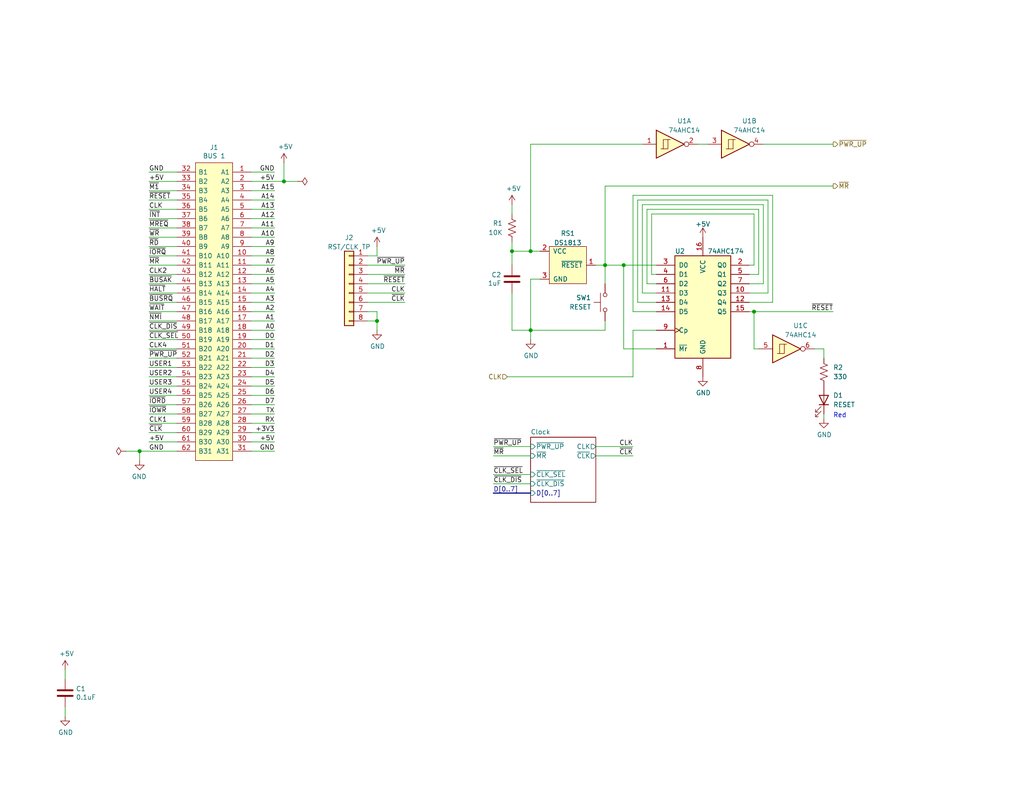
<source format=kicad_sch>
(kicad_sch (version 20211123) (generator eeschema)
  (paper "USLetter")
  (title_block (title "Micro Hobbyist's ZedEighty Project") (date "2022-10-23") (rev "1.1") (company "Frédéric Segard"))
  (lib_symbols
    (symbol "0_Z80_Library:DS1813" (pin_names (offset 1.016))
      (property "Reference" "RS" (at 0 2.54 0))
      (property "Value" "DS1813" (at 0 0 0))
      (symbol "DS1813_0_1"
        (rectangle (start 5.08 -1.27) (end -5.08 -11.43) (fill (type background)))
      )
      (symbol "DS1813_1_1"
        (pin output line (at 7.62 -6.35 180) (length 2.54) (name "~{RESET}") (number "1"))
        (pin input line (at -7.62 -2.54 0) (length 2.54) (name "VCC") (number "2"))
        (pin power_in line (at -7.62 -10.16 0) (length 2.54) (name "GND") (number "3"))
      )
    )
    (symbol "0_Z80_Library:ISA_CARD_CONNECTOR" (pin_names (offset 0.762))
      (property "Reference" "J" (at 0 4.445 0))
      (property "Value" "ISA_CARD_CONNECTOR" (at 0 1.905 0))
      (symbol "ISA_CARD_CONNECTOR_0_0"
        (pin passive line (at 10.16 -2.54 180) (length 5.08) (name "A1") (number "1"))
        (pin passive line (at 10.16 -25.4 180) (length 5.08) (name "A10") (number "10"))
        (pin passive line (at 10.16 -27.94 180) (length 5.08) (name "A11") (number "11"))
        (pin passive line (at 10.16 -30.48 180) (length 5.08) (name "A12") (number "12"))
        (pin passive line (at 10.16 -33.02 180) (length 5.08) (name "A13") (number "13"))
        (pin passive line (at 10.16 -35.56 180) (length 5.08) (name "A14") (number "14"))
        (pin passive line (at 10.16 -38.1 180) (length 5.08) (name "A15") (number "15"))
        (pin passive line (at 10.16 -40.64 180) (length 5.08) (name "A16") (number "16"))
        (pin passive line (at 10.16 -43.18 180) (length 5.08) (name "A17") (number "17"))
        (pin passive line (at 10.16 -45.72 180) (length 5.08) (name "A18") (number "18"))
        (pin passive line (at 10.16 -48.26 180) (length 5.08) (name "A19") (number "19"))
        (pin passive line (at 10.16 -5.08 180) (length 5.08) (name "A2") (number "2"))
        (pin passive line (at 10.16 -50.8 180) (length 5.08) (name "A20") (number "20"))
        (pin passive line (at 10.16 -53.34 180) (length 5.08) (name "A21") (number "21"))
        (pin passive line (at 10.16 -55.88 180) (length 5.08) (name "A22") (number "22"))
        (pin passive line (at 10.16 -58.42 180) (length 5.08) (name "A23") (number "23"))
        (pin passive line (at 10.16 -60.96 180) (length 5.08) (name "A24") (number "24"))
        (pin passive line (at 10.16 -63.5 180) (length 5.08) (name "A25") (number "25"))
        (pin passive line (at 10.16 -66.04 180) (length 5.08) (name "A26") (number "26"))
        (pin passive line (at 10.16 -68.58 180) (length 5.08) (name "A27") (number "27"))
        (pin passive line (at 10.16 -71.12 180) (length 5.08) (name "A28") (number "28"))
        (pin passive line (at 10.16 -73.66 180) (length 5.08) (name "A29") (number "29"))
        (pin passive line (at 10.16 -7.62 180) (length 5.08) (name "A3") (number "3"))
        (pin passive line (at 10.16 -76.2 180) (length 5.08) (name "A30") (number "30"))
        (pin passive line (at 10.16 -78.74 180) (length 5.08) (name "A31") (number "31"))
        (pin passive line (at -10.16 -2.54 0) (length 5.08) (name "B1") (number "32"))
        (pin passive line (at -10.16 -5.08 0) (length 5.08) (name "B2") (number "33"))
        (pin passive line (at -10.16 -7.62 0) (length 5.08) (name "B3") (number "34"))
        (pin passive line (at -10.16 -10.16 0) (length 5.08) (name "B4") (number "35"))
        (pin passive line (at -10.16 -12.7 0) (length 5.08) (name "B5") (number "36"))
        (pin passive line (at -10.16 -15.24 0) (length 5.08) (name "B6") (number "37"))
        (pin passive line (at -10.16 -17.78 0) (length 5.08) (name "B7") (number "38"))
        (pin passive line (at -10.16 -20.32 0) (length 5.08) (name "B8") (number "39"))
        (pin passive line (at 10.16 -10.16 180) (length 5.08) (name "A4") (number "4"))
        (pin passive line (at -10.16 -22.86 0) (length 5.08) (name "B9") (number "40"))
        (pin passive line (at -10.16 -25.4 0) (length 5.08) (name "B10") (number "41"))
        (pin passive line (at -10.16 -27.94 0) (length 5.08) (name "B11") (number "42"))
        (pin passive line (at -10.16 -30.48 0) (length 5.08) (name "B12") (number "43"))
        (pin passive line (at -10.16 -33.02 0) (length 5.08) (name "B13") (number "44"))
        (pin passive line (at -10.16 -35.56 0) (length 5.08) (name "B14") (number "45"))
        (pin passive line (at -10.16 -38.1 0) (length 5.08) (name "B15") (number "46"))
        (pin passive line (at -10.16 -40.64 0) (length 5.08) (name "B16") (number "47"))
        (pin passive line (at -10.16 -43.18 0) (length 5.08) (name "B17") (number "48"))
        (pin passive line (at -10.16 -45.72 0) (length 5.08) (name "B18") (number "49"))
        (pin passive line (at 10.16 -12.7 180) (length 5.08) (name "A5") (number "5"))
        (pin passive line (at -10.16 -48.26 0) (length 5.08) (name "B19") (number "50"))
        (pin passive line (at -10.16 -50.8 0) (length 5.08) (name "B20") (number "51"))
        (pin passive line (at -10.16 -53.34 0) (length 5.08) (name "B21") (number "52"))
        (pin passive line (at -10.16 -55.88 0) (length 5.08) (name "B22") (number "53"))
        (pin passive line (at -10.16 -58.42 0) (length 5.08) (name "B23") (number "54"))
        (pin passive line (at -10.16 -60.96 0) (length 5.08) (name "B24") (number "55"))
        (pin passive line (at -10.16 -63.5 0) (length 5.08) (name "B25") (number "56"))
        (pin passive line (at -10.16 -66.04 0) (length 5.08) (name "B26") (number "57"))
        (pin passive line (at -10.16 -68.58 0) (length 5.08) (name "B27") (number "58"))
        (pin passive line (at -10.16 -71.12 0) (length 5.08) (name "B28") (number "59"))
        (pin passive line (at 10.16 -15.24 180) (length 5.08) (name "A6") (number "6"))
        (pin passive line (at -10.16 -73.66 0) (length 5.08) (name "B29") (number "60"))
        (pin passive line (at -10.16 -76.2 0) (length 5.08) (name "B30") (number "61"))
        (pin passive line (at -10.16 -78.74 0) (length 5.08) (name "B31") (number "62"))
        (pin passive line (at 10.16 -17.78 180) (length 5.08) (name "A7") (number "7"))
        (pin passive line (at 10.16 -20.32 180) (length 5.08) (name "A8") (number "8"))
        (pin passive line (at 10.16 -22.86 180) (length 5.08) (name "A9") (number "9"))
      )
      (symbol "ISA_CARD_CONNECTOR_0_1"
        (rectangle (start -5.08 0) (end 5.08 -81.28) (fill (type background)))
      )
    )
    (symbol "74xx:74HC14" (pin_names (offset 1.016))
      (property "Reference" "U" (at 0 1.27 0))
      (property "Value" "74HC14" (at 0 -1.27 0))
      (symbol "74HC14_1_0"
        (polyline (pts (xy -3.81 3.81) (xy -3.81 -3.81) (xy 3.81 0) (xy -3.81 3.81)) (stroke (width 0.254)) (fill (type background)))
        (pin input line (at -7.62 0 0) (length 3.81) (name "~") (number "1"))
        (pin output inverted (at 7.62 0 180) (length 3.81) (name "~") (number "2"))
      )
      (symbol "74HC14_1_1"
        (polyline (pts (xy -1.905 -1.27) (xy -1.905 1.27) (xy -0.635 1.27)))
        (polyline (pts (xy -2.54 -1.27) (xy -0.635 -1.27) (xy -0.635 1.27) (xy 0 1.27)))
      )
      (symbol "74HC14_2_0"
        (polyline (pts (xy -3.81 3.81) (xy -3.81 -3.81) (xy 3.81 0) (xy -3.81 3.81)) (stroke (width 0.254)) (fill (type background)))
        (pin input line (at -7.62 0 0) (length 3.81) (name "~") (number "3"))
        (pin output inverted (at 7.62 0 180) (length 3.81) (name "~") (number "4"))
      )
      (symbol "74HC14_2_1"
        (polyline (pts (xy -1.905 -1.27) (xy -1.905 1.27) (xy -0.635 1.27)))
        (polyline (pts (xy -2.54 -1.27) (xy -0.635 -1.27) (xy -0.635 1.27) (xy 0 1.27)))
      )
      (symbol "74HC14_3_0"
        (polyline (pts (xy -3.81 3.81) (xy -3.81 -3.81) (xy 3.81 0) (xy -3.81 3.81)) (stroke (width 0.254)) (fill (type background)))
        (pin input line (at -7.62 0 0) (length 3.81) (name "~") (number "5"))
        (pin output inverted (at 7.62 0 180) (length 3.81) (name "~") (number "6"))
      )
      (symbol "74HC14_3_1"
        (polyline (pts (xy -1.905 -1.27) (xy -1.905 1.27) (xy -0.635 1.27)))
        (polyline (pts (xy -2.54 -1.27) (xy -0.635 -1.27) (xy -0.635 1.27) (xy 0 1.27)))
      )
      (symbol "74HC14_4_0"
        (polyline (pts (xy -3.81 3.81) (xy -3.81 -3.81) (xy 3.81 0) (xy -3.81 3.81)) (stroke (width 0.254)) (fill (type background)))
        (pin output inverted (at 7.62 0 180) (length 3.81) (name "~") (number "8"))
        (pin input line (at -7.62 0 0) (length 3.81) (name "~") (number "9"))
      )
      (symbol "74HC14_4_1"
        (polyline (pts (xy -1.905 -1.27) (xy -1.905 1.27) (xy -0.635 1.27)))
        (polyline (pts (xy -2.54 -1.27) (xy -0.635 -1.27) (xy -0.635 1.27) (xy 0 1.27)))
      )
      (symbol "74HC14_5_0"
        (polyline (pts (xy -3.81 3.81) (xy -3.81 -3.81) (xy 3.81 0) (xy -3.81 3.81)) (stroke (width 0.254)) (fill (type background)))
        (pin output inverted (at 7.62 0 180) (length 3.81) (name "~") (number "10"))
        (pin input line (at -7.62 0 0) (length 3.81) (name "~") (number "11"))
      )
      (symbol "74HC14_5_1"
        (polyline (pts (xy -1.905 -1.27) (xy -1.905 1.27) (xy -0.635 1.27)))
        (polyline (pts (xy -2.54 -1.27) (xy -0.635 -1.27) (xy -0.635 1.27) (xy 0 1.27)))
      )
      (symbol "74HC14_6_0"
        (polyline (pts (xy -3.81 3.81) (xy -3.81 -3.81) (xy 3.81 0) (xy -3.81 3.81)) (stroke (width 0.254)) (fill (type background)))
        (pin output inverted (at 7.62 0 180) (length 3.81) (name "~") (number "12"))
        (pin input line (at -7.62 0 0) (length 3.81) (name "~") (number "13"))
      )
      (symbol "74HC14_6_1"
        (polyline (pts (xy -1.905 -1.27) (xy -1.905 1.27) (xy -0.635 1.27)))
        (polyline (pts (xy -2.54 -1.27) (xy -0.635 -1.27) (xy -0.635 1.27) (xy 0 1.27)))
      )
      (symbol "74HC14_7_0"
        (pin power_in line (at 0 12.7 270) (length 5.08) (name "VCC") (number "14"))
        (pin power_in line (at 0 -12.7 90) (length 5.08) (name "GND") (number "7"))
      )
      (symbol "74HC14_7_1"
        (rectangle (start -5.08 7.62) (end 5.08 -7.62) (stroke (width 0.254)) (fill (type background)))
      )
    )
    (symbol "74xx:74LS174" (pin_names (offset 1.016))
      (property "Reference" "U" (at -7.62 13.97 0))
      (property "Value" "74LS174" (at -7.62 -16.51 0))
      (symbol "74LS174_1_0"
        (pin input line (at -12.7 -12.7 0) (length 5.08) (name "~{Mr}") (number "1"))
        (pin output line (at 12.7 2.54 180) (length 5.08) (name "Q3") (number "10"))
        (pin input line (at -12.7 2.54 0) (length 5.08) (name "D3") (number "11"))
        (pin output line (at 12.7 0 180) (length 5.08) (name "Q4") (number "12"))
        (pin input line (at -12.7 0 0) (length 5.08) (name "D4") (number "13"))
        (pin input line (at -12.7 -2.54 0) (length 5.08) (name "D5") (number "14"))
        (pin output line (at 12.7 -2.54 180) (length 5.08) (name "Q5") (number "15"))
        (pin power_in line (at 0 17.78 270) (length 5.08) (name "VCC") (number "16"))
        (pin output line (at 12.7 10.16 180) (length 5.08) (name "Q0") (number "2"))
        (pin input line (at -12.7 10.16 0) (length 5.08) (name "D0") (number "3"))
        (pin input line (at -12.7 7.62 0) (length 5.08) (name "D1") (number "4"))
        (pin output line (at 12.7 7.62 180) (length 5.08) (name "Q1") (number "5"))
        (pin input line (at -12.7 5.08 0) (length 5.08) (name "D2") (number "6"))
        (pin output line (at 12.7 5.08 180) (length 5.08) (name "Q2") (number "7"))
        (pin power_in line (at 0 -20.32 90) (length 5.08) (name "GND") (number "8"))
        (pin input clock (at -12.7 -7.62 0) (length 5.08) (name "Cp") (number "9"))
      )
      (symbol "74LS174_1_1"
        (rectangle (start -7.62 12.7) (end 7.62 -15.24) (stroke (width 0.254)) (fill (type background)))
      )
    )
    (symbol "Connector_Generic:Conn_01x08" (pin_names (offset 1.016) hide)
      (property "Reference" "J" (at 0 10.16 0))
      (property "Value" "Conn_01x08" (at 0 -12.7 0))
      (symbol "Conn_01x08_1_1"
        (rectangle (start -1.27 -10.033) (end 0 -10.287) (stroke (width 0.1524)))
        (rectangle (start -1.27 -7.493) (end 0 -7.747) (stroke (width 0.1524)))
        (rectangle (start -1.27 -4.953) (end 0 -5.207) (stroke (width 0.1524)))
        (rectangle (start -1.27 -2.413) (end 0 -2.667) (stroke (width 0.1524)))
        (rectangle (start -1.27 0.127) (end 0 -0.127) (stroke (width 0.1524)))
        (rectangle (start -1.27 2.667) (end 0 2.413) (stroke (width 0.1524)))
        (rectangle (start -1.27 5.207) (end 0 4.953) (stroke (width 0.1524)))
        (rectangle (start -1.27 7.747) (end 0 7.493) (stroke (width 0.1524)))
        (rectangle (start -1.27 8.89) (end 1.27 -11.43) (stroke (width 0.254)) (fill (type background)))
        (pin passive line (at -5.08 7.62 0) (length 3.81) (name "Pin_1") (number "1"))
        (pin passive line (at -5.08 5.08 0) (length 3.81) (name "Pin_2") (number "2"))
        (pin passive line (at -5.08 2.54 0) (length 3.81) (name "Pin_3") (number "3"))
        (pin passive line (at -5.08 0 0) (length 3.81) (name "Pin_4") (number "4"))
        (pin passive line (at -5.08 -2.54 0) (length 3.81) (name "Pin_5") (number "5"))
        (pin passive line (at -5.08 -5.08 0) (length 3.81) (name "Pin_6") (number "6"))
        (pin passive line (at -5.08 -7.62 0) (length 3.81) (name "Pin_7") (number "7"))
        (pin passive line (at -5.08 -10.16 0) (length 3.81) (name "Pin_8") (number "8"))
      )
    )
    (symbol "Device:C" (pin_numbers hide) (pin_names (offset 0.254))
      (property "Reference" "C" (at 0.635 2.54 0))
      (property "Value" "C" (at 0.635 -2.54 0))
      (symbol "C_0_1"
        (polyline (pts (xy -2.032 -0.762) (xy 2.032 -0.762)) (stroke (width 0.508)))
        (polyline (pts (xy -2.032 0.762) (xy 2.032 0.762)) (stroke (width 0.508)))
      )
      (symbol "C_1_1"
        (pin passive line (at 0 3.81 270) (length 2.794) (name "~") (number "1"))
        (pin passive line (at 0 -3.81 90) (length 2.794) (name "~") (number "2"))
      )
    )
    (symbol "Device:LED" (pin_numbers hide) (pin_names (offset 1.016) hide)
      (property "Reference" "D" (at 0 2.54 0))
      (property "Value" "LED" (at 0 -2.54 0))
      (symbol "LED_0_1"
        (polyline (pts (xy -1.27 -1.27) (xy -1.27 1.27)) (stroke (width 0.254)))
        (polyline (pts (xy -1.27 0) (xy 1.27 0)))
        (polyline (pts (xy 1.27 -1.27) (xy 1.27 1.27) (xy -1.27 0) (xy 1.27 -1.27)) (stroke (width 0.254)))
        (polyline (pts (xy -3.048 -0.762) (xy -4.572 -2.286) (xy -3.81 -2.286) (xy -4.572 -2.286) (xy -4.572 -1.524)))
        (polyline (pts (xy -1.778 -0.762) (xy -3.302 -2.286) (xy -2.54 -2.286) (xy -3.302 -2.286) (xy -3.302 -1.524)))
      )
      (symbol "LED_1_1"
        (pin passive line (at -3.81 0 0) (length 2.54) (name "K") (number "1"))
        (pin passive line (at 3.81 0 180) (length 2.54) (name "A") (number "2"))
      )
    )
    (symbol "Device:R_US" (pin_numbers hide) (pin_names (offset 0))
      (property "Reference" "R" (at 2.54 0 90))
      (property "Value" "R_US" (at -2.54 0 90))
      (symbol "R_US_0_1"
        (polyline (pts (xy 0 -2.286) (xy 0 -2.54)))
        (polyline (pts (xy 0 2.286) (xy 0 2.54)))
        (polyline (pts (xy 0 -0.762) (xy 1.016 -1.143) (xy 0 -1.524) (xy -1.016 -1.905) (xy 0 -2.286)))
        (polyline (pts (xy 0 0.762) (xy 1.016 0.381) (xy 0 0) (xy -1.016 -0.381) (xy 0 -0.762)))
        (polyline (pts (xy 0 2.286) (xy 1.016 1.905) (xy 0 1.524) (xy -1.016 1.143) (xy 0 0.762)))
      )
      (symbol "R_US_1_1"
        (pin passive line (at 0 3.81 270) (length 1.27) (name "~") (number "1"))
        (pin passive line (at 0 -3.81 90) (length 1.27) (name "~") (number "2"))
      )
    )
    (symbol "R_US_1" (pin_numbers hide) (pin_names (offset 0))
      (property "Reference" "R" (at 2.54 0 90))
      (property "Value" "R_US_1" (at -2.54 0 90))
      (symbol "R_US_1_0_1"
        (polyline (pts (xy 0 -2.286) (xy 0 -2.54)))
        (polyline (pts (xy 0 2.286) (xy 0 2.54)))
        (polyline (pts (xy 0 -0.762) (xy 1.016 -1.143) (xy 0 -1.524) (xy -1.016 -1.905) (xy 0 -2.286)))
        (polyline (pts (xy 0 0.762) (xy 1.016 0.381) (xy 0 0) (xy -1.016 -0.381) (xy 0 -0.762)))
        (polyline (pts (xy 0 2.286) (xy 1.016 1.905) (xy 0 1.524) (xy -1.016 1.143) (xy 0 0.762)))
      )
      (symbol "R_US_1_1_1"
        (pin passive line (at 0 3.81 270) (length 1.27) (name "~") (number "1"))
        (pin passive line (at 0 -3.81 90) (length 1.27) (name "~") (number "2"))
      )
    )
    (symbol "Switch:SW_Push" (pin_numbers hide) (pin_names (offset 1.016) hide)
      (property "Reference" "SW" (at 1.27 2.54 0))
      (property "Value" "SW_Push" (at 0 -1.524 0))
      (symbol "SW_Push_0_1"
        (circle (center -2.032 0) (radius 0.508))
        (polyline (pts (xy 0 1.27) (xy 0 3.048)))
        (polyline (pts (xy 2.54 1.27) (xy -2.54 1.27)))
        (circle (center 2.032 0) (radius 0.508))
        (pin passive line (at -5.08 0 0) (length 2.54) (name "1") (number "1"))
        (pin passive line (at 5.08 0 180) (length 2.54) (name "2") (number "2"))
      )
    )
    (symbol "power:+5V" (power) (pin_names (offset 0))
      (property "Value" "+5V" (at 0 3.556 0))
      (symbol "+5V_0_1"
        (polyline (pts (xy -0.762 1.27) (xy 0 2.54)))
        (polyline (pts (xy 0 0) (xy 0 2.54)))
        (polyline (pts (xy 0 2.54) (xy 0.762 1.27)))
      )
      (symbol "+5V_1_1"
        (pin power_in line (at 0 0 90) (length 0) hide (name "+5V") (number "1"))
      )
    )
    (symbol "power:GND" (power) (pin_names (offset 0))
      (property "Value" "GND" (at 0 -3.81 0))
      (symbol "GND_0_1"
        (polyline (pts (xy 0 0) (xy 0 -1.27) (xy 1.27 -1.27) (xy 0 -2.54) (xy -1.27 -1.27) (xy 0 -1.27)))
      )
      (symbol "GND_1_1"
        (pin power_in line (at 0 0 270) (length 0) hide (name "GND") (number "1"))
      )
    )
    (symbol "power:PWR_FLAG" (power) (pin_numbers hide) (pin_names (offset 0) hide)
      (property "Value" "PWR_FLAG" (at 0 3.81 0))
      (symbol "PWR_FLAG_0_0"
        (pin power_out line (at 0 0 90) (length 0) (name "pwr") (number "1"))
      )
      (symbol "PWR_FLAG_0_1"
        (polyline (pts (xy 0 0) (xy 0 1.27) (xy -1.016 1.905) (xy 0 2.54) (xy 1.016 1.905) (xy 0 1.27)))
      )
    )
  )
  (junction (at 38.1 123.19))
  (junction (at 165.1 72.39))
  (junction (at 144.78 90.17))
  (junction (at 102.87 87.63))
  (junction (at 170.18 72.39))
  (junction (at 77.47 49.53))
  (junction (at 139.7 68.58))
  (junction (at 144.78 68.58))
  (junction (at 205.74 85.09))
  (wire (pts (xy 40.64 46.99) (xy 48.26 46.99)))
  (wire (pts (xy 210.82 53.34) (xy 172.72 53.34)))
  (wire (pts (xy 172.72 90.17) (xy 172.72 102.87)))
  (wire (pts (xy 190.5 39.37) (xy 193.04 39.37)))
  (wire (pts (xy 68.58 113.03) (xy 74.93 113.03)))
  (wire (pts (xy 172.72 53.34) (xy 172.72 85.09)))
  (wire (pts (xy 68.58 102.87) (xy 74.93 102.87)))
  (wire (pts (xy 205.74 72.39) (xy 205.74 58.42)))
  (wire (pts (xy 205.74 58.42) (xy 177.8 58.42)))
  (wire (pts (xy 40.64 95.25) (xy 48.26 95.25)))
  (wire (pts (xy 173.99 54.61) (xy 173.99 82.55)))
  (wire (pts (xy 68.58 62.23) (xy 74.93 62.23)))
  (wire (pts (xy 17.78 193.04) (xy 17.78 195.58)))
  (wire (pts (xy 165.1 50.8) (xy 227.33 50.8)))
  (wire (pts (xy 40.64 67.31) (xy 48.26 67.31)))
  (wire (pts (xy 172.72 90.17) (xy 179.07 90.17)))
  (wire (pts (xy 68.58 77.47) (xy 74.93 77.47)))
  (wire (pts (xy 144.78 90.17) (xy 165.1 90.17)))
  (wire (pts (xy 40.64 82.55) (xy 48.26 82.55)))
  (wire (pts (xy 40.64 90.17) (xy 48.26 90.17)))
  (wire (pts (xy 38.1 123.19) (xy 48.26 123.19)))
  (wire (pts (xy 209.55 80.01) (xy 209.55 54.61)))
  (wire (pts (xy 162.56 72.39) (xy 165.1 72.39)))
  (wire (pts (xy 40.64 69.85) (xy 48.26 69.85)))
  (wire (pts (xy 177.8 58.42) (xy 177.8 74.93)))
  (wire (pts (xy 68.58 110.49) (xy 74.93 110.49)))
  (wire (pts (xy 139.7 68.58) (xy 144.78 68.58)))
  (wire (pts (xy 68.58 100.33) (xy 74.93 100.33)))
  (wire (pts (xy 40.64 52.07) (xy 48.26 52.07)))
  (wire (pts (xy 162.56 124.46) (xy 172.72 124.46)))
  (wire (pts (xy 139.7 68.58) (xy 139.7 66.04)))
  (wire (pts (xy 68.58 107.95) (xy 74.93 107.95)))
  (wire (pts (xy 100.33 77.47) (xy 110.49 77.47)))
  (wire (pts (xy 204.47 82.55) (xy 210.82 82.55)))
  (wire (pts (xy 40.64 59.69) (xy 48.26 59.69)))
  (wire (pts (xy 68.58 49.53) (xy 77.47 49.53)))
  (wire (pts (xy 40.64 115.57) (xy 48.26 115.57)))
  (wire (pts (xy 40.64 102.87) (xy 48.26 102.87)))
  (wire (pts (xy 170.18 95.25) (xy 179.07 95.25)))
  (wire (pts (xy 134.62 121.92) (xy 144.78 121.92)))
  (wire (pts (xy 40.64 97.79) (xy 48.26 97.79)))
  (wire (pts (xy 208.28 55.88) (xy 175.26 55.88)))
  (wire (pts (xy 205.74 85.09) (xy 227.33 85.09)))
  (wire (pts (xy 207.01 74.93) (xy 207.01 57.15)))
  (wire (pts (xy 224.79 114.3) (xy 224.79 113.03)))
  (wire (pts (xy 224.79 95.25) (xy 224.79 97.79)))
  (wire (pts (xy 40.64 113.03) (xy 48.26 113.03)))
  (wire (pts (xy 68.58 97.79) (xy 74.93 97.79)))
  (wire (pts (xy 175.26 55.88) (xy 175.26 80.01)))
  (wire (pts (xy 165.1 77.47) (xy 165.1 72.39)))
  (wire (pts (xy 40.64 87.63) (xy 48.26 87.63)))
  (wire (pts (xy 144.78 39.37) (xy 175.26 39.37)))
  (wire (pts (xy 40.64 118.11) (xy 48.26 118.11)))
  (wire (pts (xy 40.64 64.77) (xy 48.26 64.77)))
  (wire (pts (xy 102.87 67.31) (xy 102.87 69.85)))
  (wire (pts (xy 208.28 77.47) (xy 208.28 55.88)))
  (wire (pts (xy 204.47 80.01) (xy 209.55 80.01)))
  (wire (pts (xy 40.64 54.61) (xy 48.26 54.61)))
  (wire (pts (xy 207.01 57.15) (xy 176.53 57.15)))
  (wire (pts (xy 100.33 82.55) (xy 110.49 82.55)))
  (wire (pts (xy 68.58 54.61) (xy 74.93 54.61)))
  (wire (pts (xy 40.64 100.33) (xy 48.26 100.33)))
  (wire (pts (xy 165.1 72.39) (xy 170.18 72.39)))
  (wire (pts (xy 139.7 80.01) (xy 139.7 90.17)))
  (wire (pts (xy 68.58 72.39) (xy 74.93 72.39)))
  (wire (pts (xy 204.47 77.47) (xy 208.28 77.47)))
  (wire (pts (xy 134.62 129.54) (xy 144.78 129.54)))
  (wire (pts (xy 100.33 74.93) (xy 110.49 74.93)))
  (wire (pts (xy 102.87 87.63) (xy 100.33 87.63)))
  (wire (pts (xy 100.33 80.01) (xy 110.49 80.01)))
  (wire (pts (xy 205.74 85.09) (xy 205.74 95.25)))
  (wire (pts (xy 68.58 82.55) (xy 74.93 82.55)))
  (wire (pts (xy 102.87 87.63) (xy 102.87 90.17)))
  (wire (pts (xy 144.78 39.37) (xy 144.78 68.58)))
  (wire (pts (xy 207.01 95.25) (xy 205.74 95.25)))
  (wire (pts (xy 165.1 87.63) (xy 165.1 90.17)))
  (wire (pts (xy 138.43 102.87) (xy 172.72 102.87)))
  (wire (pts (xy 100.33 72.39) (xy 110.49 72.39)))
  (wire (pts (xy 38.1 123.19) (xy 38.1 125.73)))
  (wire (pts (xy 144.78 68.58) (xy 147.32 68.58)))
  (wire (pts (xy 176.53 57.15) (xy 176.53 77.47)))
  (wire (pts (xy 40.64 105.41) (xy 48.26 105.41)))
  (wire (pts (xy 68.58 59.69) (xy 74.93 59.69)))
  (wire (pts (xy 68.58 95.25) (xy 74.93 95.25)))
  (wire (pts (xy 68.58 67.31) (xy 74.93 67.31)))
  (wire (pts (xy 68.58 120.65) (xy 74.93 120.65)))
  (wire (pts (xy 68.58 92.71) (xy 74.93 92.71)))
  (wire (pts (xy 68.58 46.99) (xy 74.93 46.99)))
  (wire (pts (xy 102.87 87.63) (xy 102.87 85.09)))
  (wire (pts (xy 68.58 80.01) (xy 74.93 80.01)))
  (wire (pts (xy 77.47 44.45) (xy 77.47 49.53)))
  (wire (pts (xy 68.58 57.15) (xy 74.93 57.15)))
  (wire (pts (xy 40.64 57.15) (xy 48.26 57.15)))
  (wire (pts (xy 74.93 118.11) (xy 68.58 118.11)))
  (wire (pts (xy 34.29 123.19) (xy 38.1 123.19)))
  (wire (pts (xy 40.64 92.71) (xy 48.26 92.71)))
  (wire (pts (xy 40.64 85.09) (xy 48.26 85.09)))
  (wire (pts (xy 40.64 120.65) (xy 48.26 120.65)))
  (wire (pts (xy 17.78 182.88) (xy 17.78 185.42)))
  (wire (pts (xy 173.99 82.55) (xy 179.07 82.55)))
  (wire (pts (xy 102.87 85.09) (xy 100.33 85.09)))
  (wire (pts (xy 209.55 54.61) (xy 173.99 54.61)))
  (wire (pts (xy 208.28 39.37) (xy 227.33 39.37)))
  (wire (pts (xy 210.82 82.55) (xy 210.82 53.34)))
  (wire (pts (xy 139.7 55.88) (xy 139.7 58.42)))
  (wire (pts (xy 100.33 69.85) (xy 102.87 69.85)))
  (wire (pts (xy 176.53 77.47) (xy 179.07 77.47)))
  (wire (pts (xy 144.78 92.71) (xy 144.78 90.17)))
  (wire (pts (xy 147.32 76.2) (xy 144.78 76.2)))
  (wire (pts (xy 204.47 74.93) (xy 207.01 74.93)))
  (wire (pts (xy 68.58 123.19) (xy 74.93 123.19)))
  (wire (pts (xy 40.64 72.39) (xy 48.26 72.39)))
  (wire (pts (xy 40.64 74.93) (xy 48.26 74.93)))
  (wire (pts (xy 170.18 72.39) (xy 170.18 95.25)))
  (wire (pts (xy 68.58 69.85) (xy 74.93 69.85)))
  (wire (pts (xy 224.79 95.25) (xy 222.25 95.25)))
  (wire (pts (xy 134.62 124.46) (xy 144.78 124.46)))
  (wire (pts (xy 68.58 90.17) (xy 74.93 90.17)))
  (wire (pts (xy 170.18 72.39) (xy 179.07 72.39)))
  (wire (pts (xy 40.64 77.47) (xy 48.26 77.47)))
  (wire (pts (xy 40.64 110.49) (xy 48.26 110.49)))
  (wire (pts (xy 40.64 49.53) (xy 48.26 49.53)))
  (wire (pts (xy 165.1 72.39) (xy 165.1 50.8)))
  (wire (pts (xy 172.72 85.09) (xy 179.07 85.09)))
  (wire (pts (xy 40.64 80.01) (xy 48.26 80.01)))
  (wire (pts (xy 68.58 115.57) (xy 74.93 115.57)))
  (bus (pts (xy 134.62 134.62) (xy 144.78 134.62)))
  (wire (pts (xy 40.64 107.95) (xy 48.26 107.95)))
  (wire (pts (xy 81.28 49.53) (xy 77.47 49.53)))
  (wire (pts (xy 139.7 90.17) (xy 144.78 90.17)))
  (wire (pts (xy 68.58 64.77) (xy 74.93 64.77)))
  (wire (pts (xy 139.7 72.39) (xy 139.7 68.58)))
  (wire (pts (xy 68.58 105.41) (xy 74.93 105.41)))
  (wire (pts (xy 162.56 121.92) (xy 172.72 121.92)))
  (wire (pts (xy 134.62 132.08) (xy 144.78 132.08)))
  (wire (pts (xy 144.78 76.2) (xy 144.78 90.17)))
  (wire (pts (xy 175.26 80.01) (xy 179.07 80.01)))
  (wire (pts (xy 68.58 52.07) (xy 74.93 52.07)))
  (wire (pts (xy 68.58 85.09) (xy 74.93 85.09)))
  (wire (pts (xy 68.58 74.93) (xy 74.93 74.93)))
  (wire (pts (xy 204.47 85.09) (xy 205.74 85.09)))
  (wire (pts (xy 204.47 72.39) (xy 205.74 72.39)))
  (wire (pts (xy 68.58 87.63) (xy 74.93 87.63)))
  (wire (pts (xy 40.64 62.23) (xy 48.26 62.23)))
  (wire (pts (xy 177.8 74.93) (xy 179.07 74.93)))
  (text "Red" (at 227.306 114.252 0) (effects (font (size 1.27 1.27)) (justify left bottom)))
  (label "A11" (at 74.93 62.23 180))
  (label "~{CLK_SEL}" (at 134.62 129.54 0))
  (label "A7" (at 74.93 72.39 180))
  (label "~{WR}" (at 40.64 64.77 0))
  (label "USER1" (at 40.64 100.33 0))
  (label "+5V" (at 74.93 120.65 180))
  (label "D0" (at 74.93 92.71 180))
  (label "A6" (at 74.93 74.93 180))
  (label "+5V" (at 40.64 49.53 0))
  (label "CLK" (at 110.49 80.01 180))
  (label "~{PWR_UP}" (at 110.49 72.39 180))
  (label "~{MR}" (at 40.64 72.39 0))
  (label "+5V" (at 40.64 120.65 0))
  (label "~{RESET}" (at 227.33 85.09 180))
  (label "D[0..7]" (at 134.62 134.62 0))
  (label "A15" (at 74.93 52.07 180))
  (label "A9" (at 74.93 67.31 180))
  (label "GND" (at 40.64 46.99 0))
  (label "A0" (at 74.93 90.17 180))
  (label "GND" (at 74.93 46.99 180))
  (label "A3" (at 74.93 82.55 180))
  (label "~{PWR_UP}" (at 40.64 97.79 0))
  (label "D7" (at 74.93 110.49 180))
  (label "USER2" (at 40.64 102.87 0))
  (label "~{HALT}" (at 40.64 80.01 0))
  (label "A13" (at 74.93 57.15 180))
  (label "D4" (at 74.93 102.87 180))
  (label "CLK" (at 172.72 121.92 180))
  (label "~{NMI}" (at 40.64 87.63 0))
  (label "D1" (at 74.93 95.25 180))
  (label "D5" (at 74.93 105.41 180))
  (label "~{CLK_SEL}" (at 40.64 92.71 0))
  (label "~{WAIT}" (at 40.64 85.09 0))
  (label "~{BUSRQ}" (at 40.64 82.55 0))
  (label "A8" (at 74.93 69.85 180))
  (label "A4" (at 74.93 80.01 180))
  (label "A5" (at 74.93 77.47 180))
  (label "~{INT}" (at 40.64 59.69 0))
  (label "GND" (at 40.64 123.19 0))
  (label "~{CLK_DIS}" (at 40.64 90.17 0))
  (label "A1" (at 74.93 87.63 180))
  (label "+5V" (at 74.93 49.53 180))
  (label "CLK" (at 40.64 57.15 0))
  (label "A12" (at 74.93 59.69 180))
  (label "A10" (at 74.93 64.77 180))
  (label "~{CLK}" (at 110.49 82.55 180))
  (label "D3" (at 74.93 100.33 180))
  (label "~{CLK}" (at 172.72 124.46 180))
  (label "A14" (at 74.93 54.61 180))
  (label "~{M1}" (at 40.64 52.07 0))
  (label "CLK1" (at 40.64 115.57 0))
  (label "~{RESET}" (at 110.49 77.47 180))
  (label "D6" (at 74.93 107.95 180))
  (label "~{MR}" (at 134.62 124.46 0))
  (label "TX" (at 74.93 113.03 180))
  (label "USER4" (at 40.64 107.95 0))
  (label "~{RESET}" (at 40.64 54.61 0))
  (label "~{RD}" (at 40.64 67.31 0))
  (label "~{IOWR}" (at 40.64 113.03 0))
  (label "~{CLK_DIS}" (at 134.62 132.08 0))
  (label "USER3" (at 40.64 105.41 0))
  (label "+3V3" (at 74.93 118.11 180))
  (label "~{CLK}" (at 40.64 118.11 0))
  (label "RX" (at 74.93 115.57 180))
  (label "~{BUSAK}" (at 40.64 77.47 0))
  (label "~{MREQ}" (at 40.64 62.23 0))
  (label "D2" (at 74.93 97.79 180))
  (label "~{IORQ}" (at 40.64 69.85 0))
  (label "GND" (at 74.93 123.19 180))
  (label "CLK2" (at 40.64 74.93 0))
  (label "~{IORD}" (at 40.64 110.49 0))
  (label "~{MR}" (at 110.49 74.93 180))
  (label "A2" (at 74.93 85.09 180))
  (label "~{PWR_UP}" (at 134.62 121.92 0))
  (label "CLK4" (at 40.64 95.25 0))
  (hierarchical_label "~{PWR_UP}" (shape output) (at 227.33 39.37 0))
  (hierarchical_label "CLK" (shape input) (at 138.43 102.87 180))
  (hierarchical_label "~{MR}" (shape output) (at 227.33 50.8 0))
  (symbol (lib_id "0_Z80_Library:ISA_CARD_CONNECTOR") (at 58.42 44.45 0) (unit 1)
    (property "Reference" "J1" (at 58.42 40.259 0))
    (property "Value" "BUS 1" (at 58.42 42.5704 0))
    (property "Footprint" "0_Z80_Library:BUS_XT" (effects hide))
    (property "Datasheet" "https://www.te.com/commerce/DocumentDelivery/DDEController?Action=showdoc&DocId=Customer+Drawing%7F5530843%7FF8%7Fpdf%7FEnglish%7FENG_CD_5530843_F8.pdf%7F6-5530843-5" (effects hide))
    (property "Description" "Standard Card Edge Connectors 100 VRT 062DP" (effects hide))
    (property "Height" "15.494" (effects hide))
    (property "Mouser Part Number" "571-6-5530843-5" (effects hide))
    (property "Mouser Price/Stock" "https://www.mouser.co.uk/ProductDetail/TE-Connectivity/6-5530843-5?qs=X1mjqRbeMc4evMKvgkFEjA%3D%3D" (effects hide))
    (property "Manufacturer_Name" "TE Connectivity" (effects hide))
    (property "Manufacturer_Part_Number" "6-5530843-5" (effects hide))
  )
  (symbol (lib_id "power:GND") (at 144.78 92.71 0) (unit 1)
    (property "Reference" "#PWR08" (effects hide))
    (property "Value" "~" (at 144.907 97.1042 0))
  )
  (symbol (lib_id "power:+5V") (at 77.47 44.45 0) (unit 1)
    (property "Reference" "#PWR04" (effects hide))
    (property "Value" "+5V" (at 77.851 40.0558 0))
  )
  (symbol (lib_id "power:GND") (at 224.79 114.3 0) (unit 1)
    (property "Reference" "#PWR011" (effects hide))
    (property "Value" "~" (at 224.917 118.6942 0))
  )
  (symbol (lib_id "Device:C") (at 139.7 76.2 0) (mirror y) (unit 1)
    (property "Reference" "C2" (at 136.779 75.0316 0) (effects (justify left)))
    (property "Value" "1uF" (at 136.779 77.343 0) (effects (justify left)))
    (property "Footprint" "Capacitor_THT:C_Disc_D3.0mm_W2.0mm_P2.50mm" (effects hide))
  )
  (symbol (lib_id "power:GND") (at 17.78 195.58 0) (unit 1)
    (property "Reference" "#PWR02" (effects hide))
    (property "Value" "GND" (at 17.907 199.9742 0))
  )
  (symbol (lib_id "Device:LED") (at 224.79 109.22 270) (mirror x) (unit 1)
    (property "Reference" "D1" (at 227.33 107.95 90) (effects (justify left)))
    (property "Value" "RESET" (at 227.33 110.49 90) (effects (justify left)))
    (property "Footprint" "LED_THT:LED_D3.0mm_Horizontal_O1.27mm_Z2.0mm_Clear" (effects hide))
  )
  (symbol (lib_id "power:GND") (at 102.87 90.17 0) (unit 1)
    (property "Reference" "#PWR06" (effects hide))
    (property "Value" "~" (at 102.997 94.5642 0))
  )
  (symbol (lib_id "power:PWR_FLAG") (at 34.29 123.19 90) (mirror x) (unit 1)
    (property "Reference" "#FLG01" (effects hide))
    (property "Value" "PWR_FLAG" (effects hide))
  )
  (symbol (lib_id "74xx:74LS174") (at 191.77 82.55 0) (unit 1)
    (property "Reference" "U2" (at 184.15 68.58 0) (effects (justify left)))
    (property "Value" "74AHC174" (at 193.04 68.58 0) (effects (justify left)))
    (property "Footprint" "Package_DIP:DIP-16_W7.62mm_Socket" (effects hide))
    (property "Datasheet" "https://www.ti.com/lit/ds/symlink/sn74ahc174.pdf" (effects hide))
  )
  (symbol (lib_id "Connector_Generic:Conn_01x08") (at 95.25 77.47 0) (mirror y) (unit 1)
    (property "Reference" "J2" (at 95.25 64.8802 0))
    (property "Value" "RST/CLK TP" (at 95.25 67.4171 0))
    (property "Footprint" "Connector_PinHeader_2.54mm:PinHeader_1x08_P2.54mm_Horizontal" (effects hide))
  )
  (symbol (lib_id "Device:R_US") (at 224.79 101.6 0) (unit 1)
    (property "Reference" "R2" (at 227.33 100.33 0) (effects (justify left)))
    (property "Value" "330" (at 227.33 102.87 0) (effects (justify left)))
    (property "Footprint" "Resistor_THT:R_Axial_DIN0207_L6.3mm_D2.5mm_P10.16mm_Horizontal" (effects hide))
  )
  (symbol (lib_id "74xx:74HC14") (at 200.66 39.37 0) (unit 2)
    (property "Reference" "U1" (at 204.47 33.02 0))
    (property "Value" "74AHC14" (at 204.47 35.56 0))
    (property "Footprint" "Package_DIP:DIP-14_W7.62mm_Socket" (effects hide))
    (property "Datasheet" "https://www.ti.com/lit/ds/symlink/sn74ahc14.pdf" (effects hide))
  )
  (symbol (lib_id "power:+5V") (at 139.7 55.88 0) (unit 1)
    (property "Reference" "#PWR07" (effects hide))
    (property "Value" "~" (at 140.081 51.4858 0))
  )
  (symbol (lib_id "0_Z80_Library:DS1813") (at 154.94 66.04 0) (unit 1)
    (property "Reference" "RS1" (at 154.94 63.7372 0))
    (property "Value" "DS1813" (at 154.94 66.2741 0))
    (property "Footprint" "Package_TO_SOT_THT:TO-92L_Inline_Wide" (effects hide))
    (property "Datasheet" "https://datasheets.maximintegrated.com/en/ds/DS1813.pdf" (effects hide))
  )
  (symbol (lib_name "R_US_1") (lib_id "Device:R_US") (at 139.7 62.23 180) (unit 1)
    (property "Reference" "R1" (at 137.16 60.96 0) (effects (justify left)))
    (property "Value" "10K" (at 137.16 63.5 0) (effects (justify left)))
    (property "Footprint" "Resistor_THT:R_Axial_DIN0207_L6.3mm_D2.5mm_P10.16mm_Horizontal" (effects hide))
  )
  (symbol (lib_id "74xx:74HC14") (at 182.88 39.37 0) (unit 1)
    (property "Reference" "U1" (at 186.69 33.02 0))
    (property "Value" "74AHC14" (at 186.69 35.56 0))
    (property "Footprint" "Package_DIP:DIP-14_W7.62mm_Socket" (effects hide))
    (property "Datasheet" "https://www.ti.com/lit/ds/symlink/sn74ahc14.pdf" (effects hide))
  )
  (symbol (lib_id "74xx:74HC14") (at 214.63 95.25 0) (unit 3)
    (property "Reference" "U1" (at 218.44 88.9 0))
    (property "Value" "74AHC14" (at 218.44 91.44 0))
    (property "Footprint" "Package_DIP:DIP-14_W7.62mm_Socket" (effects hide))
    (property "Datasheet" "https://www.ti.com/lit/ds/symlink/sn74ahc14.pdf" (effects hide))
  )
  (symbol (lib_id "power:+5V") (at 17.78 182.88 0) (unit 1)
    (property "Reference" "#PWR01" (effects hide))
    (property "Value" "+5V" (at 18.161 178.4858 0))
  )
  (symbol (lib_id "Switch:SW_Push") (at 165.1 82.55 90) (mirror x) (unit 1)
    (property "Reference" "SW1" (at 161.29 81.28 90) (effects (justify left)))
    (property "Value" "RESET" (at 161.29 83.82 90) (effects (justify left)))
    (property "Footprint" "Button_Switch_THT:SW_Tactile_SPST_Angled_PTS645Vx58-2LFS" (effects hide))
  )
  (symbol (lib_id "power:GND") (at 191.77 102.87 0) (unit 1)
    (property "Reference" "#PWR010" (effects hide))
    (property "Value" "~" (at 191.897 107.2642 0))
  )
  (symbol (lib_id "power:PWR_FLAG") (at 81.28 49.53 270) (unit 1)
    (property "Reference" "#FLG02" (effects hide))
    (property "Value" "PWR_FLAG" (effects hide))
  )
  (symbol (lib_id "power:+5V") (at 102.87 67.31 0) (unit 1)
    (property "Reference" "#PWR05" (effects hide))
    (property "Value" "~" (at 103.251 62.9158 0))
  )
  (symbol (lib_id "Device:C") (at 17.78 189.23 0) (unit 1)
    (property "Reference" "C1" (at 20.701 188.0616 0) (effects (justify left)))
    (property "Value" "0.1uF" (at 20.701 190.373 0) (effects (justify left)))
    (property "Footprint" "Capacitor_THT:C_Disc_D3.0mm_W2.0mm_P2.50mm" (effects hide))
  )
  (symbol (lib_id "power:+5V") (at 191.77 64.77 0) (unit 1)
    (property "Reference" "#PWR09" (effects hide))
    (property "Value" "~" (at 191.77 61.1942 0))
  )
  (symbol (lib_id "power:GND") (at 38.1 125.73 0) (mirror y) (unit 1)
    (property "Reference" "#PWR03" (effects hide))
    (property "Value" "~" (at 37.973 130.1242 0))
  )
  (sheet (at 144.78 119.38) (size 17.78 17.78) (stroke (width 0.1524))
    (property "Sheet name" "Clock" (at 144.78 118.6684 0) (effects (justify left bottom)))
    (property "Sheet file" "Clock.kicad_sch" (effects hide))
    (pin "CLK" output (at 162.56 121.92 0))
    (pin "~{PWR_UP}" input (at 144.78 121.92 180))
    (pin "~{CLK_SEL}" input (at 144.78 129.54 180))
    (pin "~{MR}" input (at 144.78 124.46 180))
    (pin "~{CLK_DIS}" input (at 144.78 132.08 180))
    (pin "D[0..7]" input (at 144.78 134.62 180))
    (pin "~{CLK}" output (at 162.56 124.46 0))
  )
)
</source>
